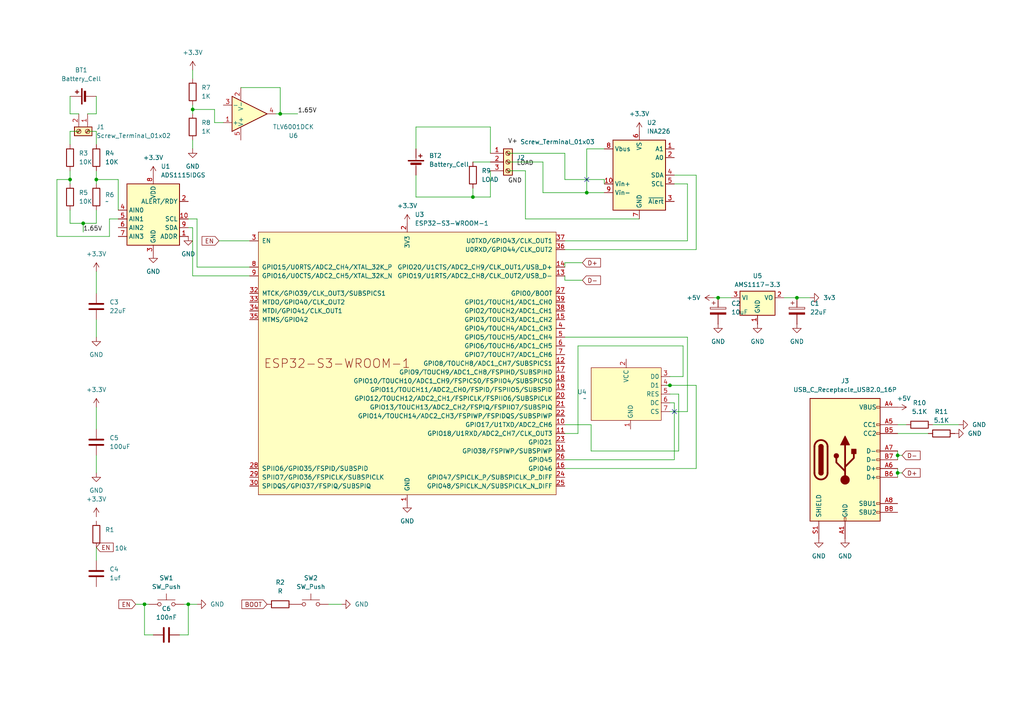
<source format=kicad_sch>
(kicad_sch (version 20231120) (generator "eeschema") (generator_version "8.0")
  (paper "A4")
  (title_block (title "Energy Meter"))
  (lib_symbols
    (symbol "Amplifier_Operational:TLV6001DCK" (pin_names (offset 0.127))
      (property "Reference" "U" (at 7.62 2.54 0))
      (property "Value" "TLV6001DCK" (at 11.43 -2.54 0))
      (symbol "TLV6001DCK_0_1"
        (polyline (pts (xy -2.54 5.08) (xy -2.54 -5.08) (xy 7.62 0) (xy -2.54 5.08)) (stroke (width 0.254)) (fill (type background)))
      )
      (symbol "TLV6001DCK_1_1"
        (pin input line (at -5.08 2.54 0) (length 2.54) (name "+") (number "1"))
        (pin power_in line (at 0 -7.62 90) (length 3.81) (name "V-") (number "2"))
        (pin input line (at -5.08 -2.54 0) (length 2.54) (name "-") (number "3"))
        (pin output line (at 10.16 0 180) (length 2.54) (name "~") (number "4"))
        (pin power_in line (at 0 7.62 270) (length 3.81) (name "V+") (number "5"))
      )
    )
    (symbol "Analog_ADC:ADS1115IDGS"
      (property "Reference" "U" (at 2.54 13.97 0))
      (property "Value" "ADS1115IDGS" (at 7.62 11.43 0))
      (symbol "ADS1115IDGS_0_1"
        (rectangle (start -7.62 10.16) (end 7.62 -7.62) (stroke (width 0.254)) (fill (type background)))
      )
      (symbol "ADS1115IDGS_1_1"
        (pin input line (at 10.16 -5.08 180) (length 2.54) (name "ADDR") (number "1"))
        (pin input line (at 10.16 0 180) (length 2.54) (name "SCL") (number "10"))
        (pin output line (at 10.16 5.08 180) (length 2.54) (name "ALERT/RDY") (number "2"))
        (pin power_in line (at 0 -10.16 90) (length 2.54) (name "GND") (number "3"))
        (pin input line (at -10.16 2.54 0) (length 2.54) (name "AIN0") (number "4"))
        (pin input line (at -10.16 0 0) (length 2.54) (name "AIN1") (number "5"))
        (pin input line (at -10.16 -2.54 0) (length 2.54) (name "AIN2") (number "6"))
        (pin input line (at -10.16 -5.08 0) (length 2.54) (name "AIN3") (number "7"))
        (pin power_in line (at 0 12.7 270) (length 2.54) (name "VDD") (number "8"))
        (pin bidirectional line (at 10.16 -2.54 180) (length 2.54) (name "SDA") (number "9"))
      )
    )
    (symbol "Connector:Screw_Terminal_01x02" (pin_names (offset 1.016) hide)
      (property "Reference" "J" (at 0 2.54 0))
      (property "Value" "Screw_Terminal_01x02" (at 0 -5.08 0))
      (symbol "Screw_Terminal_01x02_1_1"
        (rectangle (start -1.27 1.27) (end 1.27 -3.81) (stroke (width 0.254)) (fill (type background)))
        (circle (center 0 -2.54) (radius 0.635) (stroke (width 0.1524)))
        (polyline (pts (xy -0.5334 -2.2098) (xy 0.3302 -3.048)) (stroke (width 0.1524)))
        (polyline (pts (xy -0.5334 0.3302) (xy 0.3302 -0.508)) (stroke (width 0.1524)))
        (polyline (pts (xy -0.3556 -2.032) (xy 0.508 -2.8702)) (stroke (width 0.1524)))
        (polyline (pts (xy -0.3556 0.508) (xy 0.508 -0.3302)) (stroke (width 0.1524)))
        (circle (center 0 0) (radius 0.635) (stroke (width 0.1524)))
        (pin passive line (at -5.08 0 0) (length 3.81) (name "Pin_1") (number "1"))
        (pin passive line (at -5.08 -2.54 0) (length 3.81) (name "Pin_2") (number "2"))
      )
    )
    (symbol "Connector:Screw_Terminal_01x03" (pin_names (offset 1.016) hide)
      (property "Reference" "J" (at 0 5.08 0))
      (property "Value" "Screw_Terminal_01x03" (at 0 -5.08 0))
      (symbol "Screw_Terminal_01x03_1_1"
        (rectangle (start -1.27 3.81) (end 1.27 -3.81) (stroke (width 0.254)) (fill (type background)))
        (circle (center 0 -2.54) (radius 0.635) (stroke (width 0.1524)))
        (polyline (pts (xy -0.5334 -2.2098) (xy 0.3302 -3.048)) (stroke (width 0.1524)))
        (polyline (pts (xy -0.5334 0.3302) (xy 0.3302 -0.508)) (stroke (width 0.1524)))
        (polyline (pts (xy -0.5334 2.8702) (xy 0.3302 2.032)) (stroke (width 0.1524)))
        (polyline (pts (xy -0.3556 -2.032) (xy 0.508 -2.8702)) (stroke (width 0.1524)))
        (polyline (pts (xy -0.3556 0.508) (xy 0.508 -0.3302)) (stroke (width 0.1524)))
        (polyline (pts (xy -0.3556 3.048) (xy 0.508 2.2098)) (stroke (width 0.1524)))
        (circle (center 0 0) (radius 0.635) (stroke (width 0.1524)))
        (circle (center 0 2.54) (radius 0.635) (stroke (width 0.1524)))
        (pin passive line (at -5.08 2.54 0) (length 3.81) (name "Pin_1") (number "1"))
        (pin passive line (at -5.08 0 0) (length 3.81) (name "Pin_2") (number "2"))
        (pin passive line (at -5.08 -2.54 0) (length 3.81) (name "Pin_3") (number "3"))
      )
    )
    (symbol "Connector:USB_C_Receptacle_USB2.0_16P" (pin_names (offset 1.016))
      (property "Reference" "J" (at 0 22.225 0))
      (property "Value" "USB_C_Receptacle_USB2.0_16P" (at 0 19.685 0))
      (symbol "USB_C_Receptacle_USB2.0_16P_0_0"
        (rectangle (start -0.254 -17.78) (end 0.254 -16.764))
        (rectangle (start 10.16 -14.986) (end 9.144 -15.494))
        (rectangle (start 10.16 -12.446) (end 9.144 -12.954))
        (rectangle (start 10.16 -4.826) (end 9.144 -5.334))
        (rectangle (start 10.16 -2.286) (end 9.144 -2.794))
        (rectangle (start 10.16 0.254) (end 9.144 -0.254))
        (rectangle (start 10.16 2.794) (end 9.144 2.286))
        (rectangle (start 10.16 7.874) (end 9.144 7.366))
        (rectangle (start 10.16 10.414) (end 9.144 9.906))
        (rectangle (start 10.16 15.494) (end 9.144 14.986))
      )
      (symbol "USB_C_Receptacle_USB2.0_16P_0_1"
        (rectangle (start -10.16 17.78) (end 10.16 -17.78) (stroke (width 0.254)) (fill (type background)))
        (arc (start -8.89 -3.81) (mid -6.985 -5.7067) (end -5.08 -3.81) (stroke (width 0.508)))
        (arc (start -7.62 -3.81) (mid -6.985 -4.4423) (end -6.35 -3.81) (stroke (width 0.254)))
        (arc (start -7.62 -3.81) (mid -6.985 -4.4423) (end -6.35 -3.81) (stroke (width 0.254)) (fill (type outline)))
        (rectangle (start -7.62 -3.81) (end -6.35 3.81) (stroke (width 0.254)) (fill (type outline)))
        (arc (start -6.35 3.81) (mid -6.985 4.4423) (end -7.62 3.81) (stroke (width 0.254)))
        (arc (start -6.35 3.81) (mid -6.985 4.4423) (end -7.62 3.81) (stroke (width 0.254)) (fill (type outline)))
        (arc (start -5.08 3.81) (mid -6.985 5.7067) (end -8.89 3.81) (stroke (width 0.508)))
        (circle (center -2.54 1.143) (radius 0.635) (stroke (width 0.254)) (fill (type outline)))
        (circle (center 0 -5.842) (radius 1.27) (fill (type outline)))
        (polyline (pts (xy -8.89 -3.81) (xy -8.89 3.81)) (stroke (width 0.508)))
        (polyline (pts (xy -5.08 3.81) (xy -5.08 -3.81)) (stroke (width 0.508)))
        (polyline (pts (xy 0 -5.842) (xy 0 4.318)) (stroke (width 0.508)))
        (polyline (pts (xy 0 -3.302) (xy -2.54 -0.762) (xy -2.54 0.508)) (stroke (width 0.508)))
        (polyline (pts (xy 0 -2.032) (xy 2.54 0.508) (xy 2.54 1.778)) (stroke (width 0.508)))
        (polyline (pts (xy -1.27 4.318) (xy 0 6.858) (xy 1.27 4.318) (xy -1.27 4.318)) (stroke (width 0.254)) (fill (type outline)))
        (rectangle (start 1.905 1.778) (end 3.175 3.048) (stroke (width 0.254)) (fill (type outline)))
      )
      (symbol "USB_C_Receptacle_USB2.0_16P_1_1"
        (pin passive line (at 0 -22.86 90) (length 5.08) (name "GND") (number "A1"))
        (pin passive line (at 0 -22.86 90) (length 5.08) hide (name "GND") (number "A12"))
        (pin passive line (at 15.24 15.24 180) (length 5.08) (name "VBUS") (number "A4"))
        (pin bidirectional line (at 15.24 10.16 180) (length 5.08) (name "CC1") (number "A5"))
        (pin bidirectional line (at 15.24 -2.54 180) (length 5.08) (name "D+") (number "A6"))
        (pin bidirectional line (at 15.24 2.54 180) (length 5.08) (name "D-") (number "A7"))
        (pin bidirectional line (at 15.24 -12.7 180) (length 5.08) (name "SBU1") (number "A8"))
        (pin passive line (at 15.24 15.24 180) (length 5.08) hide (name "VBUS") (number "A9"))
        (pin passive line (at 0 -22.86 90) (length 5.08) hide (name "GND") (number "B1"))
        (pin passive line (at 0 -22.86 90) (length 5.08) hide (name "GND") (number "B12"))
        (pin passive line (at 15.24 15.24 180) (length 5.08) hide (name "VBUS") (number "B4"))
        (pin bidirectional line (at 15.24 7.62 180) (length 5.08) (name "CC2") (number "B5"))
        (pin bidirectional line (at 15.24 -5.08 180) (length 5.08) (name "D+") (number "B6"))
        (pin bidirectional line (at 15.24 0 180) (length 5.08) (name "D-") (number "B7"))
        (pin bidirectional line (at 15.24 -15.24 180) (length 5.08) (name "SBU2") (number "B8"))
        (pin passive line (at 15.24 15.24 180) (length 5.08) hide (name "VBUS") (number "B9"))
        (pin passive line (at -7.62 -22.86 90) (length 5.08) (name "SHIELD") (number "S1"))
      )
    )
    (symbol "Device:Battery_Cell" (pin_numbers hide) (pin_names (offset 0) hide)
      (property "Reference" "BT" (at 2.54 2.54 0))
      (property "Value" "Battery_Cell" (at 2.54 0 0))
      (symbol "Battery_Cell_0_1"
        (rectangle (start -2.286 1.778) (end 2.286 1.524) (fill (type outline)))
        (rectangle (start -1.524 1.016) (end 1.524 0.508) (fill (type outline)))
        (polyline (pts (xy 0 0.762) (xy 0 0)))
        (polyline (pts (xy 0 1.778) (xy 0 2.54)))
        (polyline (pts (xy 0.762 3.048) (xy 1.778 3.048)) (stroke (width 0.254)))
        (polyline (pts (xy 1.27 3.556) (xy 1.27 2.54)) (stroke (width 0.254)))
      )
      (symbol "Battery_Cell_1_1"
        (pin passive line (at 0 5.08 270) (length 2.54) (name "+") (number "1"))
        (pin passive line (at 0 -2.54 90) (length 2.54) (name "-") (number "2"))
      )
    )
    (symbol "Device:C" (pin_numbers hide) (pin_names (offset 0.254))
      (property "Reference" "C" (at 0.635 2.54 0))
      (property "Value" "C" (at 0.635 -2.54 0))
      (symbol "C_0_1"
        (polyline (pts (xy -2.032 -0.762) (xy 2.032 -0.762)) (stroke (width 0.508)))
        (polyline (pts (xy -2.032 0.762) (xy 2.032 0.762)) (stroke (width 0.508)))
      )
      (symbol "C_1_1"
        (pin passive line (at 0 3.81 270) (length 2.794) (name "~") (number "1"))
        (pin passive line (at 0 -3.81 90) (length 2.794) (name "~") (number "2"))
      )
    )
    (symbol "Device:C_Polarized" (pin_numbers hide) (pin_names (offset 0.254))
      (property "Reference" "C" (at 0.635 2.54 0))
      (property "Value" "C_Polarized" (at 0.635 -2.54 0))
      (symbol "C_Polarized_0_1"
        (rectangle (start -2.286 0.508) (end 2.286 1.016))
        (polyline (pts (xy -1.778 2.286) (xy -0.762 2.286)))
        (polyline (pts (xy -1.27 2.794) (xy -1.27 1.778)))
        (rectangle (start 2.286 -0.508) (end -2.286 -1.016) (fill (type outline)))
      )
      (symbol "C_Polarized_1_1"
        (pin passive line (at 0 3.81 270) (length 2.794) (name "~") (number "1"))
        (pin passive line (at 0 -3.81 90) (length 2.794) (name "~") (number "2"))
      )
    )
    (symbol "Device:R" (pin_numbers hide) (pin_names (offset 0))
      (property "Reference" "R" (at 2.032 0 90))
      (property "Value" "R" (at 0 0 90))
      (symbol "R_0_1"
        (rectangle (start -1.016 -2.54) (end 1.016 2.54) (stroke (width 0.254)))
      )
      (symbol "R_1_1"
        (pin passive line (at 0 3.81 270) (length 1.27) (name "~") (number "1"))
        (pin passive line (at 0 -3.81 90) (length 1.27) (name "~") (number "2"))
      )
    )
    (symbol "OLED_SPI:SSD1306_SPI"
      (property "Reference" "U" (at 0 16.51 0))
      (symbol "SSD1306_SPI_1_1"
        (rectangle (start -10.16 7.62) (end 10.16 -7.62) (fill (type background)))
        (pin input line (at 1.27 -10.16 90) (length 2.54) (name "GND") (number "1"))
        (pin input line (at 0 10.16 270) (length 2.54) (name "VCC") (number "2"))
        (pin input line (at 12.7 5.08 180) (length 2.54) (name "D0") (number "3"))
        (pin input line (at 12.7 2.54 180) (length 2.54) (name "D1") (number "4"))
        (pin input line (at 12.7 0 180) (length 2.54) (name "RES") (number "5"))
        (pin input line (at 12.7 -2.54 180) (length 2.54) (name "DC") (number "6"))
        (pin input line (at 12.7 -5.08 180) (length 2.54) (name "CS") (number "7"))
      )
    )
    (symbol "PCM_Espressif:ESP32-S3-WROOM-1" (pin_names (offset 1.016))
      (property "Reference" "U" (at -43.18 43.18 0))
      (property "Value" "ESP32-S3-WROOM-1" (at -43.18 40.64 0))
      (symbol "ESP32-S3-WROOM-1_0_0"
        (text "ESP32-S3-WROOM-1" (at -20.32 0 0) (effects (font (size 2.54 2.54))))
        (pin power_in line (at 0 -40.64 90) (length 2.54) (name "GND") (number "1"))
        (pin bidirectional line (at 45.72 -17.78 180) (length 2.54) (name "GPIO17/U1TXD/ADC2_CH6") (number "10"))
        (pin bidirectional line (at 45.72 -20.32 180) (length 2.54) (name "GPIO18/U1RXD/ADC2_CH7/CLK_OUT3") (number "11"))
        (pin bidirectional line (at 45.72 0 180) (length 2.54) (name "GPIO8/TOUCH8/ADC1_CH7/SUBSPICS1") (number "12"))
        (pin bidirectional line (at 45.72 25.4 180) (length 2.54) (name "GPIO19/U1RTS/ADC2_CH8/CLK_OUT2/USB_D-") (number "13"))
        (pin bidirectional line (at 45.72 27.94 180) (length 2.54) (name "GPIO20/U1CTS/ADC2_CH9/CLK_OUT1/USB_D+") (number "14"))
        (pin bidirectional line (at 45.72 12.7 180) (length 2.54) (name "GPIO3/TOUCH3/ADC1_CH2") (number "15"))
        (pin bidirectional line (at 45.72 -30.48 180) (length 2.54) (name "GPIO46") (number "16"))
        (pin bidirectional line (at 45.72 -2.54 180) (length 2.54) (name "GPIO9/TOUCH9/ADC1_CH8/FSPIHD/SUBSPIHD") (number "17"))
        (pin bidirectional line (at 45.72 -5.08 180) (length 2.54) (name "GPIO10/TOUCH10/ADC1_CH9/FSPICS0/FSPIIO4/SUBSPICS0") (number "18"))
        (pin bidirectional line (at 45.72 -7.62 180) (length 2.54) (name "GPIO11/TOUCH11/ADC2_CH0/FSPID/FSPIIO5/SUBSPID") (number "19"))
        (pin power_in line (at 0 40.64 270) (length 2.54) (name "3V3") (number "2"))
        (pin bidirectional line (at 45.72 -10.16 180) (length 2.54) (name "GPIO12/TOUCH12/ADC2_CH1/FSPICLK/FSPIIO6/SUBSPICLK") (number "20"))
        (pin bidirectional line (at 45.72 -12.7 180) (length 2.54) (name "GPIO13/TOUCH13/ADC2_CH2/FSPIQ/FSPIIO7/SUBSPIQ") (number "21"))
        (pin bidirectional line (at 45.72 -15.24 180) (length 2.54) (name "GPIO14/TOUCH14/ADC2_CH3/FSPIWP/FSPIDQS/SUBSPIWP") (number "22"))
        (pin bidirectional line (at 45.72 -22.86 180) (length 2.54) (name "GPIO21") (number "23"))
        (pin bidirectional line (at 45.72 -33.02 180) (length 2.54) (name "GPIO47/SPICLK_P/SUBSPICLK_P_DIFF") (number "24"))
        (pin bidirectional line (at 45.72 -35.56 180) (length 2.54) (name "GPIO48/SPICLK_N/SUBSPICLK_N_DIFF") (number "25"))
        (pin bidirectional line (at 45.72 -27.94 180) (length 2.54) (name "GPIO45") (number "26"))
        (pin bidirectional line (at 45.72 20.32 180) (length 2.54) (name "GPIO0/BOOT") (number "27"))
        (pin bidirectional line (at -45.72 -30.48 0) (length 2.54) (name "SPIIO6/GPIO35/FSPID/SUBSPID") (number "28"))
        (pin bidirectional line (at -45.72 -33.02 0) (length 2.54) (name "SPIIO7/GPIO36/FSPICLK/SUBSPICLK") (number "29"))
        (pin input line (at -45.72 35.56 0) (length 2.54) (name "EN") (number "3"))
        (pin bidirectional line (at -45.72 -35.56 0) (length 2.54) (name "SPIDQS/GPIO37/FSPIQ/SUBSPIQ") (number "30"))
        (pin bidirectional line (at 45.72 -25.4 180) (length 2.54) (name "GPIO38/FSPIWP/SUBSPIWP") (number "31"))
        (pin bidirectional line (at -45.72 20.32 0) (length 2.54) (name "MTCK/GPIO39/CLK_OUT3/SUBSPICS1") (number "32"))
        (pin bidirectional line (at -45.72 17.78 0) (length 2.54) (name "MTDO/GPIO40/CLK_OUT2") (number "33"))
        (pin bidirectional line (at -45.72 15.24 0) (length 2.54) (name "MTDI/GPIO41/CLK_OUT1") (number "34"))
        (pin bidirectional line (at -45.72 12.7 0) (length 2.54) (name "MTMS/GPIO42") (number "35"))
        (pin bidirectional line (at 45.72 33.02 180) (length 2.54) (name "U0RXD/GPIO44/CLK_OUT2") (number "36"))
        (pin bidirectional line (at 45.72 35.56 180) (length 2.54) (name "U0TXD/GPIO43/CLK_OUT1") (number "37"))
        (pin bidirectional line (at 45.72 15.24 180) (length 2.54) (name "GPIO2/TOUCH2/ADC1_CH1") (number "38"))
        (pin bidirectional line (at 45.72 17.78 180) (length 2.54) (name "GPIO1/TOUCH1/ADC1_CH0") (number "39"))
        (pin bidirectional line (at 45.72 10.16 180) (length 2.54) (name "GPIO4/TOUCH4/ADC1_CH3") (number "4"))
        (pin passive line (at 0 -40.64 90) (length 2.54) hide (name "GND") (number "40"))
        (pin passive line (at 0 -40.64 90) (length 2.54) hide (name "GND") (number "41"))
        (pin bidirectional line (at 45.72 7.62 180) (length 2.54) (name "GPIO5/TOUCH5/ADC1_CH4") (number "5"))
        (pin bidirectional line (at 45.72 5.08 180) (length 2.54) (name "GPIO6/TOUCH6/ADC1_CH5") (number "6"))
        (pin bidirectional line (at 45.72 2.54 180) (length 2.54) (name "GPIO7/TOUCH7/ADC1_CH6") (number "7"))
        (pin bidirectional line (at -45.72 27.94 0) (length 2.54) (name "GPIO15/U0RTS/ADC2_CH4/XTAL_32K_P") (number "8"))
        (pin bidirectional line (at -45.72 25.4 0) (length 2.54) (name "GPIO16/U0CTS/ADC2_CH5/XTAL_32K_N") (number "9"))
      )
      (symbol "ESP32-S3-WROOM-1_0_1"
        (rectangle (start -43.18 38.1) (end 43.18 -38.1) (fill (type background)))
      )
    )
    (symbol "Regulator_Linear:AMS1117-3.3"
      (property "Reference" "U" (at -3.81 3.175 0))
      (property "Value" "AMS1117-3.3" (at 0 3.175 0))
      (symbol "AMS1117-3.3_0_1"
        (rectangle (start -5.08 -5.08) (end 5.08 1.905) (stroke (width 0.254)) (fill (type background)))
      )
      (symbol "AMS1117-3.3_1_1"
        (pin power_in line (at 0 -7.62 90) (length 2.54) (name "GND") (number "1"))
        (pin power_out line (at 7.62 0 180) (length 2.54) (name "VO") (number "2"))
        (pin power_in line (at -7.62 0 0) (length 2.54) (name "VI") (number "3"))
      )
    )
    (symbol "Sensor_Energy:INA226"
      (property "Reference" "U" (at -6.35 11.43 0))
      (property "Value" "INA226" (at 3.81 11.43 0))
      (symbol "INA226_0_1"
        (rectangle (start 7.62 10.16) (end -7.62 -10.16) (stroke (width 0.254)) (fill (type background)))
      )
      (symbol "INA226_1_1"
        (pin input line (at 10.16 7.62 180) (length 2.54) (name "A1") (number "1"))
        (pin input line (at -10.16 -2.54 0) (length 2.54) (name "Vin+") (number "10"))
        (pin input line (at 10.16 5.08 180) (length 2.54) (name "A0") (number "2"))
        (pin open_collector line (at 10.16 -7.62 180) (length 2.54) (name "~{Alert}") (number "3"))
        (pin bidirectional line (at 10.16 0 180) (length 2.54) (name "SDA") (number "4"))
        (pin input line (at 10.16 -2.54 180) (length 2.54) (name "SCL") (number "5"))
        (pin power_in line (at 0 12.7 270) (length 2.54) (name "VS") (number "6"))
        (pin power_in line (at 0 -12.7 90) (length 2.54) (name "GND") (number "7"))
        (pin input line (at -10.16 7.62 0) (length 2.54) (name "Vbus") (number "8"))
        (pin input line (at -10.16 -5.08 0) (length 2.54) (name "Vin-") (number "9"))
      )
    )
    (symbol "Switch:SW_Push" (pin_numbers hide) (pin_names (offset 1.016) hide)
      (property "Reference" "SW" (at 1.27 2.54 0))
      (property "Value" "SW_Push" (at 0 -1.524 0))
      (symbol "SW_Push_0_1"
        (circle (center -2.032 0) (radius 0.508))
        (polyline (pts (xy 0 1.27) (xy 0 3.048)))
        (polyline (pts (xy 2.54 1.27) (xy -2.54 1.27)))
        (circle (center 2.032 0) (radius 0.508))
        (pin passive line (at -5.08 0 0) (length 2.54) (name "1") (number "1"))
        (pin passive line (at 5.08 0 180) (length 2.54) (name "2") (number "2"))
      )
    )
    (symbol "power:+3.3V" (power) (pin_numbers hide) (pin_names (offset 0) hide)
      (property "Value" "+3.3V" (at 0 3.556 0))
      (symbol "+3.3V_0_1"
        (polyline (pts (xy -0.762 1.27) (xy 0 2.54)))
        (polyline (pts (xy 0 0) (xy 0 2.54)))
        (polyline (pts (xy 0 2.54) (xy 0.762 1.27)))
      )
      (symbol "+3.3V_1_1"
        (pin power_in line (at 0 0 90) (length 0) (name "~") (number "1"))
      )
    )
    (symbol "power:+3.3VA" (power) (pin_numbers hide) (pin_names (offset 0) hide)
      (property "Value" "+3.3VA" (at 0 3.556 0))
      (symbol "+3.3VA_0_1"
        (polyline (pts (xy -0.762 1.27) (xy 0 2.54)))
        (polyline (pts (xy 0 0) (xy 0 2.54)))
        (polyline (pts (xy 0 2.54) (xy 0.762 1.27)))
      )
      (symbol "+3.3VA_1_1"
        (pin power_in line (at 0 0 90) (length 0) (name "~") (number "1"))
      )
    )
    (symbol "power:+5V" (power) (pin_numbers hide) (pin_names (offset 0) hide)
      (property "Value" "+5V" (at 0 3.556 0))
      (symbol "+5V_0_1"
        (polyline (pts (xy -0.762 1.27) (xy 0 2.54)))
        (polyline (pts (xy 0 0) (xy 0 2.54)))
        (polyline (pts (xy 0 2.54) (xy 0.762 1.27)))
      )
      (symbol "+5V_1_1"
        (pin power_in line (at 0 0 90) (length 0) (name "~") (number "1"))
      )
    )
    (symbol "power:GND" (power) (pin_numbers hide) (pin_names (offset 0) hide)
      (property "Value" "GND" (at 0 -3.81 0))
      (symbol "GND_0_1"
        (polyline (pts (xy 0 0) (xy 0 -1.27) (xy 1.27 -1.27) (xy 0 -2.54) (xy -1.27 -1.27) (xy 0 -1.27)))
      )
      (symbol "GND_1_1"
        (pin power_in line (at 0 0 270) (length 0) (name "~") (number "1"))
      )
    )
  )
  (junction (at 170.18 55.88))
  (junction (at 137.16 57.15))
  (junction (at 194.31 111.76))
  (junction (at 260.35 132.08))
  (junction (at 24.13 64.77))
  (junction (at 231.14 86.36))
  (junction (at 208.28 86.36))
  (junction (at 27.94 52.07))
  (junction (at 55.88 31.75))
  (junction (at 41.91 175.26))
  (junction (at 81.28 33.02))
  (junction (at 54.61 175.26))
  (junction (at 20.32 52.07))
  (junction (at 260.35 137.16))
  (no_connect (at 195.58 119.38))
  (no_connect (at 170.18 52.07))
  (wire (pts (xy 62.23 31.75) (xy 62.23 35.56)))
  (wire (pts (xy 27.94 118.11) (xy 27.94 124.46)))
  (wire (pts (xy 20.32 33.02) (xy 22.86 33.02)))
  (wire (pts (xy 20.32 52.07) (xy 20.32 53.34)))
  (wire (pts (xy 55.88 40.64) (xy 55.88 43.18)))
  (wire (pts (xy 163.83 80.01) (xy 163.83 81.28)))
  (wire (pts (xy 16.51 52.07) (xy 20.32 52.07)))
  (wire (pts (xy 163.83 123.19) (xy 171.45 123.19)))
  (wire (pts (xy 199.39 53.34) (xy 199.39 69.85)))
  (wire (pts (xy 24.13 64.77) (xy 27.94 64.77)))
  (wire (pts (xy 31.75 63.5) (xy 34.29 63.5)))
  (wire (pts (xy 54.61 63.5) (xy 57.15 63.5)))
  (wire (pts (xy 25.4 38.1) (xy 27.94 38.1)))
  (wire (pts (xy 201.93 50.8) (xy 201.93 72.39)))
  (wire (pts (xy 55.88 66.04) (xy 55.88 80.01)))
  (wire (pts (xy 163.83 76.2) (xy 163.83 77.47)))
  (wire (pts (xy 198.12 100.33) (xy 198.12 109.22)))
  (wire (pts (xy 195.58 50.8) (xy 201.93 50.8)))
  (wire (pts (xy 62.23 35.56) (xy 64.77 35.56)))
  (wire (pts (xy 170.18 55.88) (xy 175.26 55.88)))
  (wire (pts (xy 55.88 20.32) (xy 55.88 22.86)))
  (wire (pts (xy 57.15 175.26) (xy 54.61 175.26)))
  (wire (pts (xy 152.4 63.5) (xy 185.42 63.5)))
  (wire (pts (xy 260.35 130.81) (xy 260.35 132.08)))
  (wire (pts (xy 120.65 36.83) (xy 120.65 43.18)))
  (wire (pts (xy 195.58 116.84) (xy 194.31 116.84)))
  (wire (pts (xy 142.24 49.53) (xy 142.24 57.15)))
  (wire (pts (xy 171.45 130.81) (xy 196.85 130.81)))
  (wire (pts (xy 81.28 25.4) (xy 81.28 33.02)))
  (wire (pts (xy 260.35 137.16) (xy 261.62 137.16)))
  (wire (pts (xy 163.83 97.79) (xy 199.39 97.79)))
  (wire (pts (xy 16.51 52.07) (xy 16.51 68.58)))
  (wire (pts (xy 167.64 100.33) (xy 167.64 125.73)))
  (wire (pts (xy 31.75 63.5) (xy 31.75 68.58)))
  (wire (pts (xy 137.16 57.15) (xy 142.24 57.15)))
  (wire (pts (xy 171.45 123.19) (xy 171.45 130.81)))
  (wire (pts (xy 260.35 132.08) (xy 261.62 132.08)))
  (wire (pts (xy 137.16 46.99) (xy 142.24 46.99)))
  (wire (pts (xy 52.07 184.15) (xy 54.61 184.15)))
  (wire (pts (xy 194.31 119.38) (xy 199.39 119.38)))
  (wire (pts (xy 120.65 50.8) (xy 120.65 57.15)))
  (wire (pts (xy 20.32 38.1) (xy 20.32 41.91)))
  (wire (pts (xy 41.91 175.26) (xy 43.18 175.26)))
  (wire (pts (xy 55.88 30.48) (xy 55.88 31.75)))
  (wire (pts (xy 163.83 125.73) (xy 167.64 125.73)))
  (wire (pts (xy 208.28 86.36) (xy 212.09 86.36)))
  (wire (pts (xy 195.58 53.34) (xy 199.39 53.34)))
  (wire (pts (xy 167.64 100.33) (xy 198.12 100.33)))
  (wire (pts (xy 39.37 175.26) (xy 41.91 175.26)))
  (wire (pts (xy 142.24 36.83) (xy 142.24 44.45)))
  (wire (pts (xy 175.26 52.07) (xy 175.26 53.34)))
  (wire (pts (xy 27.94 38.1) (xy 27.94 41.91)))
  (wire (pts (xy 193.04 111.76) (xy 194.31 111.76)))
  (wire (pts (xy 81.28 33.02) (xy 86.36 33.02)))
  (wire (pts (xy 27.94 137.16) (xy 27.94 132.08)))
  (wire (pts (xy 20.32 38.1) (xy 22.86 38.1)))
  (wire (pts (xy 34.29 52.07) (xy 34.29 60.96)))
  (wire (pts (xy 194.31 114.3) (xy 196.85 114.3)))
  (wire (pts (xy 231.14 86.36) (xy 227.33 86.36)))
  (wire (pts (xy 157.48 46.99) (xy 157.48 55.88)))
  (wire (pts (xy 55.88 31.75) (xy 55.88 33.02)))
  (wire (pts (xy 57.15 63.5) (xy 57.15 77.47)))
  (wire (pts (xy 69.85 25.4) (xy 81.28 25.4)))
  (wire (pts (xy 72.39 69.85) (xy 63.5 69.85)))
  (wire (pts (xy 80.01 33.02) (xy 81.28 33.02)))
  (wire (pts (xy 57.15 77.47) (xy 72.39 77.47)))
  (wire (pts (xy 54.61 175.26) (xy 53.34 175.26)))
  (wire (pts (xy 196.85 114.3) (xy 196.85 130.81)))
  (wire (pts (xy 199.39 97.79) (xy 199.39 119.38)))
  (wire (pts (xy 260.35 137.16) (xy 260.35 138.43)))
  (wire (pts (xy 27.94 27.94) (xy 27.94 33.02)))
  (wire (pts (xy 137.16 54.61) (xy 137.16 57.15)))
  (wire (pts (xy 260.35 123.19) (xy 262.89 123.19)))
  (wire (pts (xy 260.35 135.89) (xy 260.35 137.16)))
  (wire (pts (xy 170.18 43.18) (xy 170.18 55.88)))
  (wire (pts (xy 54.61 175.26) (xy 54.61 184.15)))
  (wire (pts (xy 147.32 49.53) (xy 152.4 49.53)))
  (wire (pts (xy 20.32 64.77) (xy 24.13 64.77)))
  (wire (pts (xy 27.94 52.07) (xy 34.29 52.07)))
  (wire (pts (xy 163.83 72.39) (xy 201.93 72.39)))
  (wire (pts (xy 201.93 111.76) (xy 201.93 135.89)))
  (wire (pts (xy 27.94 162.56) (xy 27.94 158.75)))
  (wire (pts (xy 41.91 175.26) (xy 41.91 184.15)))
  (wire (pts (xy 163.83 133.35) (xy 195.58 133.35)))
  (wire (pts (xy 120.65 57.15) (xy 137.16 57.15)))
  (wire (pts (xy 27.94 52.07) (xy 27.94 53.34)))
  (wire (pts (xy 260.35 132.08) (xy 260.35 133.35)))
  (wire (pts (xy 20.32 60.96) (xy 20.32 64.77)))
  (wire (pts (xy 195.58 116.84) (xy 195.58 133.35)))
  (wire (pts (xy 20.32 49.53) (xy 20.32 52.07)))
  (wire (pts (xy 260.35 125.73) (xy 269.24 125.73)))
  (wire (pts (xy 27.94 78.74) (xy 27.94 85.09)))
  (wire (pts (xy 16.51 68.58) (xy 31.75 68.58)))
  (wire (pts (xy 163.83 76.2) (xy 168.91 76.2)))
  (wire (pts (xy 147.32 46.99) (xy 157.48 46.99)))
  (wire (pts (xy 27.94 60.96) (xy 27.94 64.77)))
  (wire (pts (xy 24.13 64.77) (xy 24.13 67.31)))
  (wire (pts (xy 163.83 81.28) (xy 168.91 81.28)))
  (wire (pts (xy 163.83 69.85) (xy 199.39 69.85)))
  (wire (pts (xy 55.88 31.75) (xy 62.23 31.75)))
  (wire (pts (xy 27.94 49.53) (xy 27.94 52.07)))
  (wire (pts (xy 163.83 52.07) (xy 175.26 52.07)))
  (wire (pts (xy 27.94 97.79) (xy 27.94 92.71)))
  (wire (pts (xy 207.01 86.36) (xy 208.28 86.36)))
  (wire (pts (xy 157.48 55.88) (xy 170.18 55.88)))
  (wire (pts (xy 163.83 135.89) (xy 201.93 135.89)))
  (wire (pts (xy 270.51 123.19) (xy 278.13 123.19)))
  (wire (pts (xy 99.06 175.26) (xy 95.25 175.26)))
  (wire (pts (xy 170.18 43.18) (xy 175.26 43.18)))
  (wire (pts (xy 147.32 44.45) (xy 163.83 44.45)))
  (wire (pts (xy 152.4 49.53) (xy 152.4 63.5)))
  (wire (pts (xy 234.95 86.36) (xy 231.14 86.36)))
  (wire (pts (xy 120.65 36.83) (xy 142.24 36.83)))
  (wire (pts (xy 41.91 184.15) (xy 44.45 184.15)))
  (wire (pts (xy 25.4 33.02) (xy 27.94 33.02)))
  (wire (pts (xy 55.88 80.01) (xy 72.39 80.01)))
  (wire (pts (xy 163.83 44.45) (xy 163.83 52.07)))
  (wire (pts (xy 194.31 109.22) (xy 198.12 109.22)))
  (wire (pts (xy 194.31 111.76) (xy 201.93 111.76)))
  (wire (pts (xy 20.32 27.94) (xy 20.32 33.02)))
  (wire (pts (xy 54.61 66.04) (xy 55.88 66.04)))
  (label "LOAD" (at 149.86 48.26 0))
  (label "V+" (at 147.32 41.91 0))
  (label "1.65V" (at 24.13 67.31 0))
  (label "GND" (at 147.32 53.34 0))
  (label "1.65V" (at 86.36 33.02 0))
  (global_label "D-" (shape input) (at 168.91 81.28 0) (property "Intersheetrefs" "${INTERSHEET_REFS}" (effects (hide yes))))
  (global_label "D+" (shape input) (at 168.91 76.2 0) (property "Intersheetrefs" "${INTERSHEET_REFS}" (effects (hide yes))))
  (global_label "BOOT" (shape input) (at 77.47 175.26 180) (property "Intersheetrefs" "${INTERSHEET_REFS}" (effects (hide yes))))
  (global_label "D-" (shape input) (at 261.62 132.08 0) (property "Intersheetrefs" "${INTERSHEET_REFS}" (effects (hide yes))))
  (global_label "EN" (shape input) (at 63.5 69.85 180) (property "Intersheetrefs" "${INTERSHEET_REFS}" (effects (hide yes))))
  (global_label "D+" (shape input) (at 261.62 137.16 0) (property "Intersheetrefs" "${INTERSHEET_REFS}" (effects (hide yes))))
  (global_label "EN" (shape input) (at 27.94 158.75 0) (property "Intersheetrefs" "${INTERSHEET_REFS}" (effects (hide yes))))
  (global_label "EN" (shape input) (at 39.37 175.26 180) (property "Intersheetrefs" "${INTERSHEET_REFS}" (effects (hide yes))))
  (symbol (lib_id "Device:C_Polarized") (at 231.14 90.17 0) (unit 1)
    (property "Reference" "C1" (at 234.95 88.0109 0) (effects (justify left)))
    (property "Value" "22uF" (at 234.95 90.5509 0) (effects (justify left)))
    (property "Description" "Polarized capacitor" (effects (hide yes)))
  )
  (symbol (lib_id "power:GND") (at 55.88 43.18 0) (unit 1)
    (property "Reference" "#PWR19" (effects (hide yes)))
    (property "Value" "GND" (at 55.88 48.26 0))
    (property "Description" "Power symbol creates a global label with name \"GND\" , ground" (effects (hide yes)))
  )
  (symbol (lib_id "Regulator_Linear:AMS1117-3.3") (at 219.71 86.36 0) (unit 1)
    (property "Reference" "U5" (at 219.71 80.01 0))
    (property "Value" "AMS1117-3.3" (at 219.71 82.55 0))
    (property "Footprint" "Package_TO_SOT_SMD:SOT-223-3_TabPin2" (effects (hide yes)))
    (property "Datasheet" "http://www.advanced-monolithic.com/pdf/ds1117.pdf" (effects (hide yes)))
    (property "Description" "1A Low Dropout regulator, positive, 3.3V fixed output, SOT-223" (effects (hide yes)))
  )
  (symbol (lib_id "Device:R") (at 266.7 123.19 90) (unit 1)
    (property "Reference" "R10" (at 266.7 116.84 90))
    (property "Value" "5.1K" (at 266.7 119.38 90))
    (property "Description" "Resistor" (effects (hide yes)))
  )
  (symbol (lib_id "Connector:Screw_Terminal_01x02") (at 25.4 38.1 270) (unit 1)
    (property "Reference" "J1" (at 27.94 36.8299 90) (effects (justify left)))
    (property "Value" "Screw_Terminal_01x02" (at 27.94 39.3699 90) (effects (justify left)))
    (property "Description" "Generic screw terminal, single row, 01x02, script generated (kicad-library-utils/schlib/autogen/connector/)" (effects (hide yes)))
  )
  (symbol (lib_id "Device:C") (at 27.94 128.27 0) (unit 1)
    (property "Reference" "C5" (at 31.75 126.9999 0) (effects (justify left)))
    (property "Value" "100uF" (at 31.75 129.5399 0) (effects (justify left)))
    (property "Description" "Unpolarized capacitor" (effects (hide yes)))
  )
  (symbol (lib_id "Connector:Screw_Terminal_01x03") (at 147.32 46.99 0) (unit 1)
    (property "Reference" "J2" (at 149.86 45.7199 0) (effects (justify left)))
    (property "Value" "Screw_Terminal_01x03" (at 150.876 41.148 0) (effects (justify left)))
    (property "Description" "Generic screw terminal, single row, 01x03, script generated (kicad-library-utils/schlib/autogen/connector/)" (effects (hide yes)))
  )
  (symbol (lib_id "Analog_ADC:ADS1115IDGS") (at 44.45 63.5 0) (unit 1)
    (property "Reference" "U1" (at 46.6441 48.26 0) (effects (justify left)))
    (property "Value" "ADS1115IDGS" (at 46.6441 50.8 0) (effects (justify left)))
    (property "Footprint" "Package_SO:TSSOP-10_3x3mm_P0.5mm" (effects (hide yes)))
    (property "Datasheet" "http://www.ti.com/lit/ds/symlink/ads1113.pdf" (effects (hide yes)))
    (property "Description" "Ultra-Small, Low-Power, I2C-Compatible, 860-SPS, 16-Bit ADCs With Internal Reference, Oscillator, and Programmable Comparator, VSSOP-10" (effects (hide yes)))
  )
  (symbol (lib_id "Device:R") (at 137.16 50.8 0) (unit 1)
    (property "Reference" "R9" (at 139.7 49.5299 0) (effects (justify left)))
    (property "Value" "LOAD" (at 139.7 52.0699 0) (effects (justify left)))
    (property "Description" "Resistor" (effects (hide yes)))
  )
  (symbol (lib_id "Switch:SW_Push") (at 90.17 175.26 0) (unit 1)
    (property "Reference" "SW2" (at 90.17 167.64 0))
    (property "Value" "SW_Push" (at 90.17 170.18 0))
    (property "Description" "Push button switch, generic, two pins" (effects (hide yes)))
  )
  (symbol (lib_id "power:+3.3VA") (at 27.94 78.74 0) (unit 1)
    (property "Reference" "#PWR6" (effects (hide yes)))
    (property "Value" "+3.3V" (at 27.94 73.66 0))
    (property "Description" "Power symbol creates a global label with name \"+3.3VA\"" (effects (hide yes)))
  )
  (symbol (lib_id "power:GND") (at 118.11 146.05 0) (unit 1)
    (property "Reference" "#PWR14" (effects (hide yes)))
    (property "Value" "GND" (at 118.11 151.13 0))
    (property "Description" "Power symbol creates a global label with name \"GND\" , ground" (effects (hide yes)))
  )
  (symbol (lib_id "power:+3.3V") (at 44.45 50.8 0) (unit 1)
    (property "Reference" "#PWR17" (effects (hide yes)))
    (property "Value" "+3.3V" (at 44.45 45.72 0))
    (property "Description" "Power symbol creates a global label with name \"+3.3V\"" (effects (hide yes)))
  )
  (symbol (lib_id "power:GND") (at 57.15 175.26 90) (unit 1)
    (property "Reference" "#PWR11" (effects (hide yes)))
    (property "Value" "GND" (at 60.96 175.2599 90) (effects (justify right)))
    (property "Description" "Power symbol creates a global label with name \"GND\" , ground" (effects (hide yes)))
  )
  (symbol (lib_id "Device:R") (at 55.88 26.67 0) (unit 1)
    (property "Reference" "R7" (at 58.42 25.3999 0) (effects (justify left)))
    (property "Value" "1K" (at 58.42 27.9399 0) (effects (justify left)))
    (property "Description" "Resistor" (effects (hide yes)))
  )
  (symbol (lib_id "power:GND") (at 219.71 93.98 0) (unit 1)
    (property "Reference" "#PWR3" (effects (hide yes)))
    (property "Value" "GND" (at 219.71 99.06 0))
    (property "Description" "Power symbol creates a global label with name \"GND\" , ground" (effects (hide yes)))
  )
  (symbol (lib_id "Device:Battery_Cell") (at 120.65 48.26 0) (unit 1)
    (property "Reference" "BT2" (at 124.46 45.1484 0) (effects (justify left)))
    (property "Value" "Battery_Cell" (at 124.46 47.6884 0) (effects (justify left)))
    (property "Description" "Single-cell battery" (effects (hide yes)))
  )
  (symbol (lib_id "power:GND") (at 245.11 156.21 0) (unit 1)
    (property "Reference" "#PWR23" (effects (hide yes)))
    (property "Value" "GND" (at 245.11 161.29 0))
    (property "Description" "Power symbol creates a global label with name \"GND\" , ground" (effects (hide yes)))
  )
  (symbol (lib_id "power:GND") (at 54.61 68.58 0) (unit 1)
    (property "Reference" "#PWR15" (effects (hide yes)))
    (property "Value" "GND" (at 54.61 73.66 0))
    (property "Description" "Power symbol creates a global label with name \"GND\" , ground" (effects (hide yes)))
  )
  (symbol (lib_id "power:GND") (at 27.94 97.79 0) (unit 1)
    (property "Reference" "#PWR7" (effects (hide yes)))
    (property "Value" "GND" (at 27.94 102.87 0))
    (property "Description" "Power symbol creates a global label with name \"GND\" , ground" (effects (hide yes)))
  )
  (symbol (lib_id "power:+3.3V") (at 27.94 149.86 0) (unit 1)
    (property "Reference" "#PWR10" (effects (hide yes)))
    (property "Value" "+3.3V" (at 27.94 144.78 0))
    (property "Description" "Power symbol creates a global label with name \"+3.3V\"" (effects (hide yes)))
  )
  (symbol (lib_id "Device:C") (at 48.26 184.15 270) (unit 1)
    (property "Reference" "C6" (at 48.26 176.53 90))
    (property "Value" "100nF" (at 48.26 179.07 90))
    (property "Description" "Unpolarized capacitor" (effects (hide yes)))
  )
  (symbol (lib_id "power:GND") (at 276.86 125.73 90) (unit 1)
    (property "Reference" "#PWR21" (effects (hide yes)))
    (property "Value" "GND" (at 280.67 125.7299 90) (effects (justify right)))
    (property "Description" "Power symbol creates a global label with name \"GND\" , ground" (effects (hide yes)))
  )
  (symbol (lib_id "power:+5V") (at 260.35 118.11 270) (unit 1)
    (property "Reference" "#PWR25" (effects (hide yes)))
    (property "Value" "+5V" (at 260.096 115.57 90) (effects (justify left)))
    (property "Description" "Power symbol creates a global label with name \"+5V\"" (effects (hide yes)))
  )
  (symbol (lib_id "Device:R") (at 273.05 125.73 90) (unit 1)
    (property "Reference" "R11" (at 273.05 119.38 90))
    (property "Value" "5.1K" (at 273.05 121.92 90))
    (property "Description" "Resistor" (effects (hide yes)))
  )
  (symbol (lib_id "Connector:USB_C_Receptacle_USB2.0_16P") (at 245.11 133.35 0) (unit 1)
    (property "Reference" "J3" (at 245.11 110.49 0))
    (property "Value" "USB_C_Receptacle_USB2.0_16P" (at 245.11 113.03 0))
    (property "Datasheet" "https://www.usb.org/sites/default/files/documents/usb_type-c.zip" (effects (hide yes)))
    (property "Description" "USB 2.0-only 16P Type-C Receptacle connector" (effects (hide yes)))
  )
  (symbol (lib_id "power:GND") (at 99.06 175.26 90) (unit 1)
    (property "Reference" "#PWR12" (effects (hide yes)))
    (property "Value" "GND" (at 102.87 175.2599 90) (effects (justify right)))
    (property "Description" "Power symbol creates a global label with name \"GND\" , ground" (effects (hide yes)))
  )
  (symbol (lib_id "Amplifier_Operational:TLV6001DCK") (at 69.85 33.02 0) (mirror x) (unit 1)
    (property "Reference" "U6" (at 85.09 39.3386 0))
    (property "Value" "TLV6001DCK" (at 85.09 36.7986 0))
    (property "Footprint" "Package_TO_SOT_SMD:SOT-353_SC-70-5" (effects (hide yes)))
    (property "Datasheet" "http://www.ti.com/lit/ds/symlink/tlv6001.pdf" (effects (hide yes)))
    (property "Description" "Low-power, Rail-to-rail, 1MHz Operational Amplifier, SOT-353" (effects (hide yes)))
  )
  (symbol (lib_id "OLED_SPI:SSD1306_SPI") (at 181.61 114.3 0) (unit 1)
    (property "Reference" "U4" (at 170.18 113.6649 0) (effects (justify right)))
    (property "Value" "~" (at 170.18 115.57 0) (effects (justify right)))
  )
  (symbol (lib_id "power:+3.3VA") (at 27.94 118.11 0) (unit 1)
    (property "Reference" "#PWR8" (effects (hide yes)))
    (property "Value" "+3.3V" (at 27.94 113.03 0))
    (property "Description" "Power symbol creates a global label with name \"+3.3VA\"" (effects (hide yes)))
  )
  (symbol (lib_id "Device:Battery_Cell") (at 25.4 27.94 90) (unit 1)
    (property "Reference" "BT1" (at 23.5585 20.32 90))
    (property "Value" "Battery_Cell" (at 23.5585 22.86 90))
    (property "Description" "Single-cell battery" (effects (hide yes)))
  )
  (symbol (lib_id "Device:R") (at 81.28 175.26 90) (unit 1)
    (property "Reference" "R2" (at 81.28 168.91 90))
    (property "Value" "R" (at 81.28 171.45 90))
    (property "Description" "Resistor" (effects (hide yes)))
  )
  (symbol (lib_id "Device:R") (at 27.94 154.94 0) (unit 1)
    (property "Reference" "R1" (at 30.48 153.6699 0) (effects (justify left)))
    (property "Value" "10k" (at 33.274 159.004 0) (effects (justify left)))
    (property "Description" "Resistor" (effects (hide yes)))
  )
  (symbol (lib_id "power:+3.3V") (at 185.42 38.1 0) (unit 1)
    (property "Reference" "#PWR20" (effects (hide yes)))
    (property "Value" "+3.3V" (at 185.42 33.02 0))
    (property "Description" "Power symbol creates a global label with name \"+3.3V\"" (effects (hide yes)))
  )
  (symbol (lib_id "Device:R") (at 20.32 45.72 180) (unit 1)
    (property "Reference" "R3" (at 22.86 44.4499 0) (effects (justify right)))
    (property "Value" "10K" (at 22.86 46.9899 0) (effects (justify right)))
    (property "Description" "Resistor" (effects (hide yes)))
  )
  (symbol (lib_id "Device:R") (at 27.94 57.15 0) (unit 1)
    (property "Reference" "R6" (at 30.48 56.5149 0) (effects (justify left)))
    (property "Value" "~" (at 30.48 58.42 0) (effects (justify left)))
    (property "Description" "Resistor" (effects (hide yes)))
  )
  (symbol (lib_id "power:GND") (at 278.13 123.19 90) (unit 1)
    (property "Reference" "#PWR22" (effects (hide yes)))
    (property "Value" "GND" (at 281.94 123.1899 90) (effects (justify right)))
    (property "Description" "Power symbol creates a global label with name \"GND\" , ground" (effects (hide yes)))
  )
  (symbol (lib_id "Switch:SW_Push") (at 48.26 175.26 0) (unit 1)
    (property "Reference" "SW1" (at 48.26 167.64 0))
    (property "Value" "SW_Push" (at 48.26 170.18 0))
    (property "Description" "Push button switch, generic, two pins" (effects (hide yes)))
  )
  (symbol (lib_id "power:GND") (at 234.95 86.36 90) (unit 1)
    (property "Reference" "#PWR2" (effects (hide yes)))
    (property "Value" "3v3" (at 238.76 86.3599 90) (effects (justify right)))
    (property "Description" "Power symbol creates a global label with name \"GND\" , ground" (effects (hide yes)))
  )
  (symbol (lib_id "power:GND") (at 208.28 93.98 0) (unit 1)
    (property "Reference" "#PWR4" (effects (hide yes)))
    (property "Value" "GND" (at 208.28 99.06 0))
    (property "Description" "Power symbol creates a global label with name \"GND\" , ground" (effects (hide yes)))
  )
  (symbol (lib_id "power:GND") (at 44.45 73.66 0) (unit 1)
    (property "Reference" "#PWR16" (effects (hide yes)))
    (property "Value" "GND" (at 44.45 78.74 0))
    (property "Description" "Power symbol creates a global label with name \"GND\" , ground" (effects (hide yes)))
  )
  (symbol (lib_id "power:GND") (at 27.94 137.16 0) (unit 1)
    (property "Reference" "#PWR9" (effects (hide yes)))
    (property "Value" "GND" (at 27.94 142.24 0))
    (property "Description" "Power symbol creates a global label with name \"GND\" , ground" (effects (hide yes)))
  )
  (symbol (lib_id "power:+3.3V") (at 118.11 64.77 0) (unit 1)
    (property "Reference" "#PWR13" (effects (hide yes)))
    (property "Value" "+3.3V" (at 118.11 59.69 0))
    (property "Description" "Power symbol creates a global label with name \"+3.3V\"" (effects (hide yes)))
  )
  (symbol (lib_id "Sensor_Energy:INA226") (at 185.42 50.8 0) (unit 1)
    (property "Reference" "U2" (at 187.6141 35.56 0) (effects (justify left)))
    (property "Value" "INA226" (at 187.6141 38.1 0) (effects (justify left)))
    (property "Footprint" "Package_SO:VSSOP-10_3x3mm_P0.5mm" (effects (hide yes)))
    (property "Datasheet" "http://www.ti.com/lit/ds/symlink/ina226.pdf" (effects (hide yes)))
    (property "Description" "High-Side or Low-Side Measurement, Bi-Directional Current and Power Monitor (0-36V) with I2C Compatible Interface, VSSOP-10" (effects (hide yes)))
  )
  (symbol (lib_id "power:GND") (at 231.14 93.98 0) (unit 1)
    (property "Reference" "#PWR5" (effects (hide yes)))
    (property "Value" "GND" (at 231.14 99.06 0))
    (property "Description" "Power symbol creates a global label with name \"GND\" , ground" (effects (hide yes)))
  )
  (symbol (lib_id "Device:C") (at 27.94 88.9 0) (unit 1)
    (property "Reference" "C3" (at 31.75 87.6299 0) (effects (justify left)))
    (property "Value" "22uF" (at 31.75 90.1699 0) (effects (justify left)))
    (property "Description" "Unpolarized capacitor" (effects (hide yes)))
  )
  (symbol (lib_id "PCM_Espressif:ESP32-S3-WROOM-1") (at 118.11 105.41 0) (unit 1)
    (property "Reference" "U3" (at 120.3041 62.23 0) (effects (justify left)))
    (property "Value" "ESP32-S3-WROOM-1" (at 120.3041 64.77 0) (effects (justify left)))
    (property "Footprint" "PCM_Espressif:ESP32-S3-WROOM-1" (effects (hide yes)))
    (property "Datasheet" "https://www.espressif.com/sites/default/files/documentation/esp32-s3-wroom-1_wroom-1u_datasheet_en.pdf" (effects (hide yes)))
    (property "Description" "2.4 GHz WiFi (802.11 b/g/n) and Bluetooth ® 5 (LE) module Built around ESP32S3 series of SoCs, Xtensa ® dualcore 32bit LX7 microprocessor Flash up to 16 MB, PSRAM up to 8 MB 36 GPIOs, rich set of peripherals Onboard PCB antenna" (effects (hide yes)))
  )
  (symbol (lib_id "Device:R") (at 27.94 45.72 0) (unit 1)
    (property "Reference" "R4" (at 30.48 44.4499 0) (effects (justify left)))
    (property "Value" "10K" (at 30.48 46.9899 0) (effects (justify left)))
    (property "Description" "Resistor" (effects (hide yes)))
  )
  (symbol (lib_id "Device:R") (at 55.88 36.83 0) (unit 1)
    (property "Reference" "R8" (at 58.42 35.5599 0) (effects (justify left)))
    (property "Value" "1K" (at 58.42 38.0999 0) (effects (justify left)))
    (property "Description" "Resistor" (effects (hide yes)))
  )
  (symbol (lib_id "Device:C") (at 27.94 166.37 0) (unit 1)
    (property "Reference" "C4" (at 31.75 165.0999 0) (effects (justify left)))
    (property "Value" "1uf" (at 31.75 167.6399 0) (effects (justify left)))
    (property "Description" "Unpolarized capacitor" (effects (hide yes)))
  )
  (symbol (lib_id "power:+5V") (at 207.01 86.36 90) (unit 1)
    (property "Reference" "#PWR1" (effects (hide yes)))
    (property "Value" "+5V" (at 203.2 86.3599 90) (effects (justify left)))
    (property "Description" "Power symbol creates a global label with name \"+5V\"" (effects (hide yes)))
  )
  (symbol (lib_id "Device:C_Polarized") (at 208.28 90.17 0) (unit 1)
    (property "Reference" "C2" (at 212.09 88.0109 0) (effects (justify left)))
    (property "Value" "10uF" (at 212.09 90.5509 0) (effects (justify left)))
    (property "Description" "Polarized capacitor" (effects (hide yes)))
  )
  (symbol (lib_id "power:GND") (at 237.49 156.21 0) (unit 1)
    (property "Reference" "#PWR24" (effects (hide yes)))
    (property "Value" "GND" (at 237.49 161.29 0))
    (property "Description" "Power symbol creates a global label with name \"GND\" , ground" (effects (hide yes)))
  )
  (symbol (lib_id "Device:R") (at 20.32 57.15 0) (unit 1)
    (property "Reference" "R5" (at 22.86 55.8799 0) (effects (justify left)))
    (property "Value" "10K" (at 22.86 58.4199 0) (effects (justify left)))
    (property "Description" "Resistor" (effects (hide yes)))
  )
  (symbol (lib_id "power:+3.3V") (at 55.88 20.32 0) (unit 1)
    (property "Reference" "#PWR18" (effects (hide yes)))
    (property "Value" "+3.3V" (at 55.88 15.24 0))
    (property "Description" "Power symbol creates a global label with name \"+3.3V\"" (effects (hide yes)))
  )
)
</source>
